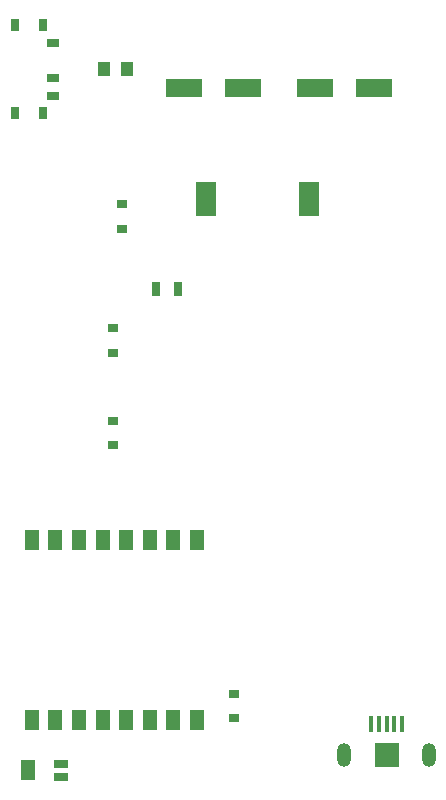
<source format=gtp>
G04 #@! TF.GenerationSoftware,KiCad,Pcbnew,5.1.7-a382d34a8~88~ubuntu18.04.1*
G04 #@! TF.CreationDate,2021-09-05T21:22:39+05:30*
G04 #@! TF.ProjectId,Sensor_PCB_v7,53656e73-6f72-45f5-9043-425f76372e6b,rev?*
G04 #@! TF.SameCoordinates,Original*
G04 #@! TF.FileFunction,Paste,Top*
G04 #@! TF.FilePolarity,Positive*
%FSLAX46Y46*%
G04 Gerber Fmt 4.6, Leading zero omitted, Abs format (unit mm)*
G04 Created by KiCad (PCBNEW 5.1.7-a382d34a8~88~ubuntu18.04.1) date 2021-09-05 21:22:39*
%MOMM*%
%LPD*%
G01*
G04 APERTURE LIST*
%ADD10R,1.250000X0.740000*%
%ADD11R,1.250000X1.800000*%
%ADD12R,1.750000X3.000000*%
%ADD13R,3.110000X1.580000*%
%ADD14O,1.200000X2.000000*%
%ADD15R,2.000000X2.000000*%
%ADD16R,0.400000X1.350000*%
%ADD17R,0.800000X1.000000*%
%ADD18R,1.100000X0.700000*%
%ADD19R,0.900000X0.800000*%
%ADD20R,1.200000X1.700000*%
%ADD21R,1.000000X1.250000*%
%ADD22R,0.700000X1.300000*%
G04 APERTURE END LIST*
D10*
X27666540Y-87475920D03*
D11*
X24916540Y-88005920D03*
D10*
X27666540Y-88535920D03*
D12*
X48665400Y-39593700D03*
X39965400Y-39593700D03*
D13*
X43124800Y-30238700D03*
X38124800Y-30238700D03*
D14*
X51677600Y-86741000D03*
D15*
X55252600Y-86741000D03*
D14*
X58827600Y-86741000D03*
D16*
X53952600Y-84066000D03*
X54602600Y-84066000D03*
X55252600Y-84066000D03*
X55902600Y-84066000D03*
X56552600Y-84066000D03*
D17*
X23820700Y-32386000D03*
X26120700Y-32386000D03*
X23820700Y-24886000D03*
X26120700Y-24886000D03*
D18*
X27020700Y-30886000D03*
X27020700Y-29386000D03*
X27020700Y-26386000D03*
D19*
X32087800Y-58404800D03*
X32087800Y-60504800D03*
D20*
X25204700Y-68526400D03*
X27204700Y-68526400D03*
X29204700Y-68526400D03*
X31204700Y-68526400D03*
X33204700Y-68526400D03*
X35204700Y-68526400D03*
X37204700Y-68526400D03*
X39204700Y-68526400D03*
X39204700Y-83756400D03*
X37204700Y-83756400D03*
X35204700Y-83756400D03*
X33204700Y-83756400D03*
X31204700Y-83756400D03*
X29204700Y-83756400D03*
X27204700Y-83756400D03*
X25204700Y-83756400D03*
D19*
X32809200Y-40049700D03*
X32809200Y-42149700D03*
D13*
X54186500Y-30238700D03*
X49186500Y-30238700D03*
D21*
X31308800Y-28648700D03*
X33308800Y-28648700D03*
D19*
X32065000Y-50565300D03*
X32065000Y-52665300D03*
X42336700Y-81510200D03*
X42336700Y-83610200D03*
D22*
X37625000Y-47246500D03*
X35725000Y-47246500D03*
M02*

</source>
